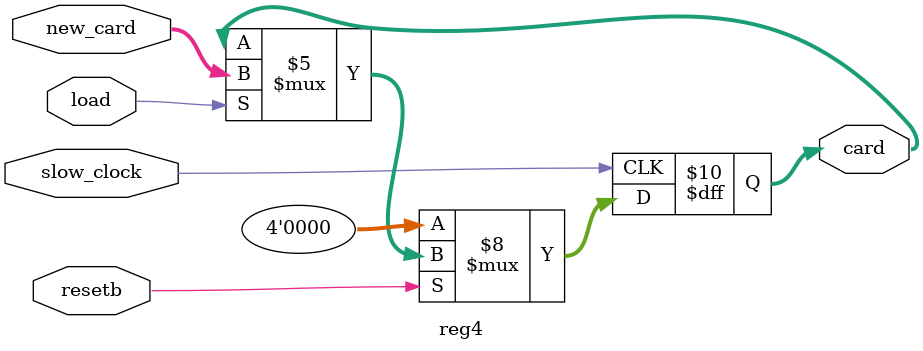
<source format=sv>


module datapath(input logic slow_clock, input logic fast_clock, input logic resetb,
                input logic load_pcard1, input logic load_pcard2, input logic load_pcard3,
                input logic load_dcard1, input logic load_dcard2, input logic load_dcard3,
                output logic [3:0] pcard3_out,
                output logic [3:0] pscore_out, output logic [3:0] dscore_out,
                output logic [6:0] HEX5, output logic [6:0] HEX4, output logic [6:0] HEX3,
                output logic [6:0] HEX2, output logic [6:0] HEX1, output logic [6:0] HEX0);
						
// The code describing your datapath will go here.  Your datapath 
// will hierarchically instantiate six card7seg blocks, two scorehand
// blocks, and a dealcard block.  The registers may either be instatiated
// or included as sequential always blocks directly in this file.
//
// Follow the block diagram in the Lab 1 handout closely as you write this code.

logic [3:0] new_card; // wire coming out of dealcard, going into reg4

logic [3:0] p_card1; // wire coming out of reg4 PC1, going into card7seg AND scorehand
logic [3:0] p_card2; // wire coming out of reg4 PC2, going into card7seg AND scorehand
// logic [3:0] p_card3; // dont need this as there is a pcard3_out declared 

logic [3:0] d_card1; // wire coming out of reg4 DC1, going into card7seg AND scorehand
logic [3:0] d_card2; // wire coming out of reg4 DC2, going into card7seg AND scorehand
logic [3:0] d_card3; // wire coming out of reg4 DC3, going into card7seg AND scorehand

// logic player_win_light; // wire for LEDR(8)
// logic dealer_win_light; // wire for LEDR(9)

dealcard DC(fast_clock, resetb, new_card);

// registers for player
reg4 PC1(new_card, load_pcard1, slow_clock, resetb, p_card1);
card7seg C7P1(p_card1, HEX0);

reg4 PC2(new_card, load_pcard2, slow_clock, resetb, p_card2);
card7seg C7P2(p_card2, HEX1);

reg4 PC3(new_card, load_pcard3, slow_clock, resetb, pcard3_out);
card7seg C7P3(pcard3_out, HEX2);

// scorehand for player
scorehand SHP(p_card1, p_card2, pcard3_out, pscore_out);

// registers for dealer
reg4 DC1(new_card, load_dcard1, slow_clock, resetb, d_card1);
card7seg C7D1(d_card1, HEX3);

reg4 DC2(new_card, load_dcard2, slow_clock, resetb, d_card2);
card7seg C7D2(d_card2, HEX4);

reg4 DC3(new_card, load_dcard3, slow_clock, resetb, d_card3);
card7seg C7D3(d_card3, HEX5);

// scorehand for dealer
scorehand SHD(d_card1, d_card2, d_card3, dscore_out);

// instiating statemachine

// statemachine SM(slow_clock, resetb, 
//                 dscore_out, pscore_out, pcard3_out,
//                 load_pcard1, load_pcard2, load_pcard3,
//                 load_dcard1, load_dcard2, load_dcard3,
//                 player_win_light, dealer_win_light);


endmodule


/*
module reg4(input logic [3:0] new_card, input logic load,
            input logic slow_clock, input logic resetb,
            output logic [3:0] card);
        
        logic [3:0] next_state_out;

        assign next_state_out = load ? new_card : card;

        flipflop_asyncr ffa(slow_clock, next_state_out, resetb, card);

endmodule

module flipflop_asyncr(input logic slow_clock, input logic [3:0] next_state_out,
                        input logic resetb, output logic [3:0] card);
        
        always_ff @(posedge slow_clock) begin
            if (resetb == 0)
                card <= 4'b0000;
            else
                card <= next_state_out;
        end

endmodule

*/

// 01-synthisizable-verilog.pdf slide 29: better transistor level implementation
module reg4(input logic [3:0] new_card, input logic load,
            input logic slow_clock, input logic resetb,
            output logic [3:0] card);

            always_ff @(posedge slow_clock) begin
            if (resetb == 0)
                card <= 4'b0000;
            else if (load == 1)
                card <= new_card;
            else
                card <= card;
        end

endmodule
</source>
